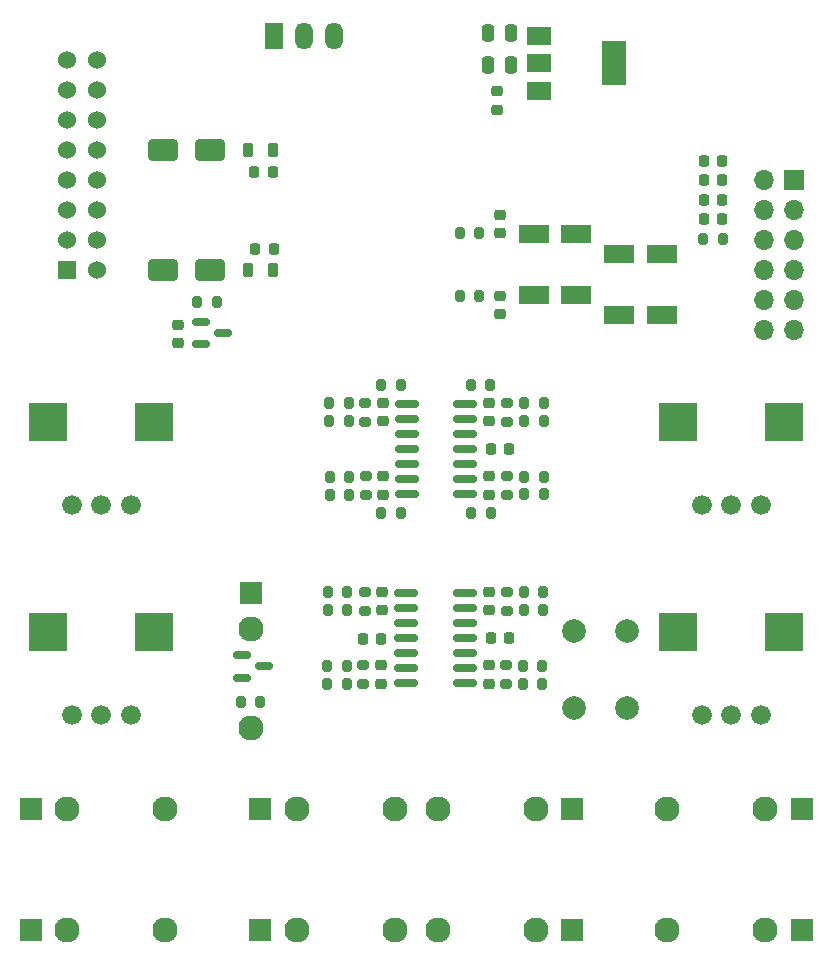
<source format=gbr>
%TF.GenerationSoftware,KiCad,Pcbnew,7.0.6-1.fc38*%
%TF.CreationDate,2023-08-24T19:35:41-07:00*%
%TF.ProjectId,s3gta_back,73336774-615f-4626-9163-6b2e6b696361,rev?*%
%TF.SameCoordinates,Original*%
%TF.FileFunction,Soldermask,Bot*%
%TF.FilePolarity,Negative*%
%FSLAX46Y46*%
G04 Gerber Fmt 4.6, Leading zero omitted, Abs format (unit mm)*
G04 Created by KiCad (PCBNEW 7.0.6-1.fc38) date 2023-08-24 19:35:41*
%MOMM*%
%LPD*%
G01*
G04 APERTURE LIST*
G04 Aperture macros list*
%AMRoundRect*
0 Rectangle with rounded corners*
0 $1 Rounding radius*
0 $2 $3 $4 $5 $6 $7 $8 $9 X,Y pos of 4 corners*
0 Add a 4 corners polygon primitive as box body*
4,1,4,$2,$3,$4,$5,$6,$7,$8,$9,$2,$3,0*
0 Add four circle primitives for the rounded corners*
1,1,$1+$1,$2,$3*
1,1,$1+$1,$4,$5*
1,1,$1+$1,$6,$7*
1,1,$1+$1,$8,$9*
0 Add four rect primitives between the rounded corners*
20,1,$1+$1,$2,$3,$4,$5,0*
20,1,$1+$1,$4,$5,$6,$7,0*
20,1,$1+$1,$6,$7,$8,$9,0*
20,1,$1+$1,$8,$9,$2,$3,0*%
G04 Aperture macros list end*
%ADD10R,1.830000X1.930000*%
%ADD11C,2.130000*%
%ADD12C,1.676400*%
%ADD13R,3.216000X3.216000*%
%ADD14R,1.930000X1.830000*%
%ADD15C,2.000000*%
%ADD16R,1.700000X1.700000*%
%ADD17O,1.700000X1.700000*%
%ADD18RoundRect,0.250000X1.000000X0.650000X-1.000000X0.650000X-1.000000X-0.650000X1.000000X-0.650000X0*%
%ADD19RoundRect,0.200000X0.275000X-0.200000X0.275000X0.200000X-0.275000X0.200000X-0.275000X-0.200000X0*%
%ADD20RoundRect,0.200000X0.200000X0.275000X-0.200000X0.275000X-0.200000X-0.275000X0.200000X-0.275000X0*%
%ADD21RoundRect,0.200000X-0.200000X-0.275000X0.200000X-0.275000X0.200000X0.275000X-0.200000X0.275000X0*%
%ADD22RoundRect,0.250000X1.050000X0.550000X-1.050000X0.550000X-1.050000X-0.550000X1.050000X-0.550000X0*%
%ADD23RoundRect,0.200000X-0.275000X0.200000X-0.275000X-0.200000X0.275000X-0.200000X0.275000X0.200000X0*%
%ADD24RoundRect,0.225000X0.250000X-0.225000X0.250000X0.225000X-0.250000X0.225000X-0.250000X-0.225000X0*%
%ADD25RoundRect,0.225000X-0.250000X0.225000X-0.250000X-0.225000X0.250000X-0.225000X0.250000X0.225000X0*%
%ADD26RoundRect,0.225000X0.225000X0.250000X-0.225000X0.250000X-0.225000X-0.250000X0.225000X-0.250000X0*%
%ADD27R,2.000000X1.500000*%
%ADD28R,2.000000X3.800000*%
%ADD29RoundRect,0.218750X0.218750X0.381250X-0.218750X0.381250X-0.218750X-0.381250X0.218750X-0.381250X0*%
%ADD30R,1.500000X2.300000*%
%ADD31O,1.500000X2.300000*%
%ADD32RoundRect,0.225000X-0.225000X-0.250000X0.225000X-0.250000X0.225000X0.250000X-0.225000X0.250000X0*%
%ADD33RoundRect,0.218750X0.256250X-0.218750X0.256250X0.218750X-0.256250X0.218750X-0.256250X-0.218750X0*%
%ADD34RoundRect,0.250000X0.250000X0.475000X-0.250000X0.475000X-0.250000X-0.475000X0.250000X-0.475000X0*%
%ADD35RoundRect,0.150000X-0.587500X-0.150000X0.587500X-0.150000X0.587500X0.150000X-0.587500X0.150000X0*%
%ADD36RoundRect,0.250000X-1.000000X-0.650000X1.000000X-0.650000X1.000000X0.650000X-1.000000X0.650000X0*%
%ADD37RoundRect,0.150000X0.825000X0.150000X-0.825000X0.150000X-0.825000X-0.150000X0.825000X-0.150000X0*%
%ADD38R,1.524000X1.524000*%
%ADD39C,1.524000*%
G04 APERTURE END LIST*
D10*
%TO.C,J4*%
X149101000Y-147193000D03*
D11*
X137701000Y-147193000D03*
X146001000Y-147193000D03*
%TD*%
D12*
%TO.C,RV4*%
X160060000Y-128920000D03*
X162560000Y-128920000D03*
X165060000Y-128920000D03*
D13*
X158060000Y-121920000D03*
X167060000Y-121920000D03*
%TD*%
D10*
%TO.C,J9*%
X168532000Y-136906000D03*
D11*
X157132000Y-136906000D03*
X165432000Y-136906000D03*
%TD*%
D14*
%TO.C,J11*%
X121920000Y-118615000D03*
D11*
X121920000Y-130015000D03*
X121920000Y-121715000D03*
%TD*%
D12*
%TO.C,RV2*%
X106720000Y-128920000D03*
X109220000Y-128920000D03*
X111720000Y-128920000D03*
D13*
X104720000Y-121920000D03*
X113720000Y-121920000D03*
%TD*%
D10*
%TO.C,J2*%
X122679000Y-147193000D03*
D11*
X134079000Y-147193000D03*
X125779000Y-147193000D03*
%TD*%
D10*
%TO.C,J1*%
X122679000Y-136906000D03*
D11*
X134079000Y-136906000D03*
X125779000Y-136906000D03*
%TD*%
D10*
%TO.C,J7*%
X103248000Y-147193000D03*
D11*
X114648000Y-147193000D03*
X106348000Y-147193000D03*
%TD*%
D10*
%TO.C,J10*%
X168532000Y-147193000D03*
D11*
X157132000Y-147193000D03*
X165432000Y-147193000D03*
%TD*%
D12*
%TO.C,RV3*%
X160060000Y-111140000D03*
X162560000Y-111140000D03*
X165060000Y-111140000D03*
D13*
X158060000Y-104140000D03*
X167060000Y-104140000D03*
%TD*%
D15*
%TO.C,SW1*%
X149261000Y-128345000D03*
X149261000Y-121845000D03*
X153761000Y-128345000D03*
X153761000Y-121845000D03*
%TD*%
D16*
%TO.C,J5*%
X167894000Y-83693000D03*
D17*
X165354000Y-83693000D03*
X167894000Y-86233000D03*
X165354000Y-86233000D03*
X167894000Y-88773000D03*
X165354000Y-88773000D03*
X167894000Y-91313000D03*
X165354000Y-91313000D03*
X167894000Y-93853000D03*
X165354000Y-93853000D03*
X167894000Y-96393000D03*
X165354000Y-96393000D03*
%TD*%
D12*
%TO.C,RV1*%
X106720000Y-111140000D03*
X109220000Y-111140000D03*
X111720000Y-111140000D03*
D13*
X104720000Y-104140000D03*
X113720000Y-104140000D03*
%TD*%
D10*
%TO.C,J3*%
X149101000Y-136906000D03*
D11*
X137701000Y-136906000D03*
X146001000Y-136906000D03*
%TD*%
D10*
%TO.C,J6*%
X103248000Y-136906000D03*
D11*
X114648000Y-136906000D03*
X106348000Y-136906000D03*
%TD*%
D18*
%TO.C,D2*%
X118459000Y-81153000D03*
X114459000Y-81153000D03*
%TD*%
D19*
%TO.C,R23*%
X131419600Y-126339600D03*
X131419600Y-124689600D03*
%TD*%
D20*
%TO.C,R19*%
X130009400Y-126288800D03*
X128359400Y-126288800D03*
%TD*%
D21*
%TO.C,R7*%
X145021800Y-102565200D03*
X146671800Y-102565200D03*
%TD*%
D22*
%TO.C,C15*%
X149450000Y-93400000D03*
X145850000Y-93400000D03*
%TD*%
D23*
%TO.C,R22*%
X131521200Y-118504200D03*
X131521200Y-120154200D03*
%TD*%
D20*
%TO.C,R32*%
X122706400Y-127888000D03*
X121056400Y-127888000D03*
%TD*%
D21*
%TO.C,R9*%
X145021800Y-110236000D03*
X146671800Y-110236000D03*
%TD*%
%TO.C,R26*%
X145009600Y-120091200D03*
X146659600Y-120091200D03*
%TD*%
D24*
%TO.C,C23*%
X142036800Y-120104200D03*
X142036800Y-118554200D03*
%TD*%
D25*
%TO.C,C13*%
X143002000Y-93472000D03*
X143002000Y-95022000D03*
%TD*%
%TO.C,C4*%
X142087600Y-102552200D03*
X142087600Y-104102200D03*
%TD*%
D26*
%TO.C,C9*%
X161798000Y-82042000D03*
X160248000Y-82042000D03*
%TD*%
D20*
%TO.C,R15*%
X134581400Y-111810800D03*
X132931400Y-111810800D03*
%TD*%
%TO.C,R2*%
X130161800Y-104089200D03*
X128511800Y-104089200D03*
%TD*%
D22*
%TO.C,C20*%
X156700000Y-95123000D03*
X153100000Y-95123000D03*
%TD*%
D26*
%TO.C,C8*%
X161798000Y-86995000D03*
X160248000Y-86995000D03*
%TD*%
D27*
%TO.C,U6*%
X146329000Y-76087000D03*
X146329000Y-73787000D03*
D28*
X152629000Y-73787000D03*
D27*
X146329000Y-71487000D03*
%TD*%
D23*
%TO.C,R10*%
X131572000Y-102502200D03*
X131572000Y-104152200D03*
%TD*%
D29*
%TO.C,FB1*%
X123791000Y-91313000D03*
X121666000Y-91313000D03*
%TD*%
D21*
%TO.C,R6*%
X145021800Y-104038400D03*
X146671800Y-104038400D03*
%TD*%
D30*
%TO.C,U4*%
X123825000Y-71501000D03*
D31*
X126365000Y-71501000D03*
X128905000Y-71501000D03*
%TD*%
D25*
%TO.C,C24*%
X142036800Y-124751800D03*
X142036800Y-126301800D03*
%TD*%
D24*
%TO.C,C5*%
X142087600Y-110299800D03*
X142087600Y-108749800D03*
%TD*%
D20*
%TO.C,R4*%
X130212600Y-108762800D03*
X128562600Y-108762800D03*
%TD*%
%TO.C,R14*%
X134581400Y-101041200D03*
X132931400Y-101041200D03*
%TD*%
D21*
%TO.C,R1*%
X117373400Y-93980000D03*
X119023400Y-93980000D03*
%TD*%
D26*
%TO.C,C17*%
X123825000Y-89535000D03*
X122275000Y-89535000D03*
%TD*%
D20*
%TO.C,R30*%
X146659600Y-118567200D03*
X145009600Y-118567200D03*
%TD*%
D32*
%TO.C,C22*%
X131368800Y-122529600D03*
X132918800Y-122529600D03*
%TD*%
D33*
%TO.C,L1*%
X142748000Y-77724000D03*
X142748000Y-76149000D03*
%TD*%
D20*
%TO.C,R24*%
X141224000Y-93472000D03*
X139574000Y-93472000D03*
%TD*%
D19*
%TO.C,R11*%
X131622800Y-110349800D03*
X131622800Y-108699800D03*
%TD*%
D34*
%TO.C,C25*%
X143886000Y-71247000D03*
X141986000Y-71247000D03*
%TD*%
D23*
%TO.C,R12*%
X143611600Y-102502200D03*
X143611600Y-104152200D03*
%TD*%
D25*
%TO.C,C11*%
X132994400Y-118554200D03*
X132994400Y-120104200D03*
%TD*%
D22*
%TO.C,C19*%
X156700000Y-89916000D03*
X153100000Y-89916000D03*
%TD*%
D35*
%TO.C,Q1*%
X121109500Y-125791000D03*
X121109500Y-123891000D03*
X122984500Y-124841000D03*
%TD*%
D36*
%TO.C,D1*%
X114459000Y-91313000D03*
X118459000Y-91313000D03*
%TD*%
D20*
%TO.C,R33*%
X161861000Y-88646000D03*
X160211000Y-88646000D03*
%TD*%
D25*
%TO.C,C1*%
X115747800Y-95897400D03*
X115747800Y-97447400D03*
%TD*%
D37*
%TO.C,U2*%
X140041400Y-102616000D03*
X140041400Y-103886000D03*
X140041400Y-105156000D03*
X140041400Y-106426000D03*
X140041400Y-107696000D03*
X140041400Y-108966000D03*
X140041400Y-110236000D03*
X135091400Y-110236000D03*
X135091400Y-108966000D03*
X135091400Y-107696000D03*
X135091400Y-106426000D03*
X135091400Y-105156000D03*
X135091400Y-103886000D03*
X135091400Y-102616000D03*
%TD*%
D19*
%TO.C,R29*%
X143510000Y-126351800D03*
X143510000Y-124701800D03*
%TD*%
D26*
%TO.C,C18*%
X123749400Y-82956400D03*
X122199400Y-82956400D03*
%TD*%
D23*
%TO.C,R28*%
X143560800Y-118504200D03*
X143560800Y-120154200D03*
%TD*%
D20*
%TO.C,R18*%
X130060200Y-118567200D03*
X128410200Y-118567200D03*
%TD*%
D22*
%TO.C,C16*%
X149450000Y-88250000D03*
X145850000Y-88250000D03*
%TD*%
D26*
%TO.C,C10*%
X161798000Y-83693000D03*
X160248000Y-83693000D03*
%TD*%
D20*
%TO.C,R31*%
X146570200Y-126288800D03*
X144920200Y-126288800D03*
%TD*%
D38*
%TO.C,J8*%
X106299000Y-91313000D03*
D39*
X108839000Y-91313000D03*
X106299000Y-88773000D03*
X108839000Y-88773000D03*
X106299000Y-86233000D03*
X108839000Y-86233000D03*
X106299000Y-83693000D03*
X108839000Y-83693000D03*
X106299000Y-81153000D03*
X108839000Y-81153000D03*
X106299000Y-78613000D03*
X108839000Y-78613000D03*
X106299000Y-76073000D03*
X108839000Y-76073000D03*
X106299000Y-73533000D03*
X108839000Y-73533000D03*
%TD*%
D34*
%TO.C,C27*%
X143891000Y-73914000D03*
X141991000Y-73914000D03*
%TD*%
D32*
%TO.C,C6*%
X142240000Y-106426000D03*
X143790000Y-106426000D03*
%TD*%
D21*
%TO.C,R16*%
X140500600Y-101041200D03*
X142150600Y-101041200D03*
%TD*%
D37*
%TO.C,U3*%
X140016000Y-118618000D03*
X140016000Y-119888000D03*
X140016000Y-121158000D03*
X140016000Y-122428000D03*
X140016000Y-123698000D03*
X140016000Y-124968000D03*
X140016000Y-126238000D03*
X135066000Y-126238000D03*
X135066000Y-124968000D03*
X135066000Y-123698000D03*
X135066000Y-122428000D03*
X135066000Y-121158000D03*
X135066000Y-119888000D03*
X135066000Y-118618000D03*
%TD*%
D20*
%TO.C,R3*%
X130161800Y-102565200D03*
X128511800Y-102565200D03*
%TD*%
D24*
%TO.C,C14*%
X143002000Y-88138000D03*
X143002000Y-86588000D03*
%TD*%
D20*
%TO.C,R25*%
X141224000Y-88138000D03*
X139574000Y-88138000D03*
%TD*%
D24*
%TO.C,C3*%
X133096000Y-110299800D03*
X133096000Y-108749800D03*
%TD*%
D20*
%TO.C,R5*%
X130212600Y-110286800D03*
X128562600Y-110286800D03*
%TD*%
D29*
%TO.C,FB2*%
X123791000Y-81153000D03*
X121666000Y-81153000D03*
%TD*%
D21*
%TO.C,R27*%
X144920200Y-124764800D03*
X146570200Y-124764800D03*
%TD*%
D32*
%TO.C,C21*%
X142227000Y-122428000D03*
X143777000Y-122428000D03*
%TD*%
D19*
%TO.C,R13*%
X143611600Y-110349800D03*
X143611600Y-108699800D03*
%TD*%
D25*
%TO.C,C2*%
X133045200Y-102552200D03*
X133045200Y-104102200D03*
%TD*%
D21*
%TO.C,R17*%
X140551400Y-111810800D03*
X142201400Y-111810800D03*
%TD*%
%TO.C,R21*%
X128359400Y-124764800D03*
X130009400Y-124764800D03*
%TD*%
%TO.C,R20*%
X128410200Y-120091200D03*
X130060200Y-120091200D03*
%TD*%
D35*
%TO.C,U1*%
X117678200Y-97561400D03*
X117678200Y-95661400D03*
X119553200Y-96611400D03*
%TD*%
D21*
%TO.C,R8*%
X145021800Y-108762800D03*
X146671800Y-108762800D03*
%TD*%
D26*
%TO.C,C7*%
X161798000Y-85344000D03*
X160248000Y-85344000D03*
%TD*%
D24*
%TO.C,C12*%
X132943600Y-126301800D03*
X132943600Y-124751800D03*
%TD*%
M02*

</source>
